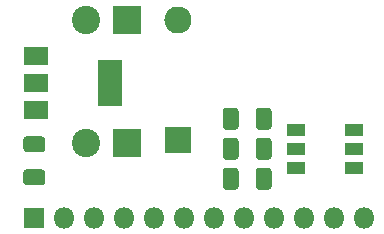
<source format=gbr>
%TF.GenerationSoftware,KiCad,Pcbnew,5.1.6+dfsg1-1*%
%TF.CreationDate,2020-12-14T15:48:38-08:00*%
%TF.ProjectId,High_Current_Analog,48696768-5f43-4757-9272-656e745f416e,rev?*%
%TF.SameCoordinates,Original*%
%TF.FileFunction,Soldermask,Top*%
%TF.FilePolarity,Negative*%
%FSLAX46Y46*%
G04 Gerber Fmt 4.6, Leading zero omitted, Abs format (unit mm)*
G04 Created by KiCad (PCBNEW 5.1.6+dfsg1-1) date 2020-12-14 15:48:38*
%MOMM*%
%LPD*%
G01*
G04 APERTURE LIST*
%ADD10C,2.400000*%
%ADD11R,2.400000X2.400000*%
%ADD12R,2.100000X1.600000*%
%ADD13R,2.100000X3.900000*%
%ADD14O,1.800000X1.800000*%
%ADD15R,1.800000X1.800000*%
%ADD16O,2.300000X2.300000*%
%ADD17R,2.300000X2.300000*%
%ADD18R,1.600000X1.100000*%
G04 APERTURE END LIST*
D10*
%TO.C,J3*%
X125278000Y-64770000D03*
D11*
X128778000Y-64770000D03*
%TD*%
D10*
%TO.C,J2*%
X125278000Y-54356000D03*
D11*
X128778000Y-54356000D03*
%TD*%
%TO.C,R4*%
G36*
G01*
X120249000Y-67019000D02*
X121559000Y-67019000D01*
G75*
G02*
X121829000Y-67289000I0J-270000D01*
G01*
X121829000Y-68099000D01*
G75*
G02*
X121559000Y-68369000I-270000J0D01*
G01*
X120249000Y-68369000D01*
G75*
G02*
X119979000Y-68099000I0J270000D01*
G01*
X119979000Y-67289000D01*
G75*
G02*
X120249000Y-67019000I270000J0D01*
G01*
G37*
G36*
G01*
X120249000Y-64219000D02*
X121559000Y-64219000D01*
G75*
G02*
X121829000Y-64489000I0J-270000D01*
G01*
X121829000Y-65299000D01*
G75*
G02*
X121559000Y-65569000I-270000J0D01*
G01*
X120249000Y-65569000D01*
G75*
G02*
X119979000Y-65299000I0J270000D01*
G01*
X119979000Y-64489000D01*
G75*
G02*
X120249000Y-64219000I270000J0D01*
G01*
G37*
%TD*%
%TO.C,R3*%
G36*
G01*
X139660000Y-63393000D02*
X139660000Y-62083000D01*
G75*
G02*
X139930000Y-61813000I270000J0D01*
G01*
X140740000Y-61813000D01*
G75*
G02*
X141010000Y-62083000I0J-270000D01*
G01*
X141010000Y-63393000D01*
G75*
G02*
X140740000Y-63663000I-270000J0D01*
G01*
X139930000Y-63663000D01*
G75*
G02*
X139660000Y-63393000I0J270000D01*
G01*
G37*
G36*
G01*
X136860000Y-63393000D02*
X136860000Y-62083000D01*
G75*
G02*
X137130000Y-61813000I270000J0D01*
G01*
X137940000Y-61813000D01*
G75*
G02*
X138210000Y-62083000I0J-270000D01*
G01*
X138210000Y-63393000D01*
G75*
G02*
X137940000Y-63663000I-270000J0D01*
G01*
X137130000Y-63663000D01*
G75*
G02*
X136860000Y-63393000I0J270000D01*
G01*
G37*
%TD*%
%TO.C,R2*%
G36*
G01*
X139660000Y-65933000D02*
X139660000Y-64623000D01*
G75*
G02*
X139930000Y-64353000I270000J0D01*
G01*
X140740000Y-64353000D01*
G75*
G02*
X141010000Y-64623000I0J-270000D01*
G01*
X141010000Y-65933000D01*
G75*
G02*
X140740000Y-66203000I-270000J0D01*
G01*
X139930000Y-66203000D01*
G75*
G02*
X139660000Y-65933000I0J270000D01*
G01*
G37*
G36*
G01*
X136860000Y-65933000D02*
X136860000Y-64623000D01*
G75*
G02*
X137130000Y-64353000I270000J0D01*
G01*
X137940000Y-64353000D01*
G75*
G02*
X138210000Y-64623000I0J-270000D01*
G01*
X138210000Y-65933000D01*
G75*
G02*
X137940000Y-66203000I-270000J0D01*
G01*
X137130000Y-66203000D01*
G75*
G02*
X136860000Y-65933000I0J270000D01*
G01*
G37*
%TD*%
%TO.C,R1*%
G36*
G01*
X139660000Y-68473000D02*
X139660000Y-67163000D01*
G75*
G02*
X139930000Y-66893000I270000J0D01*
G01*
X140740000Y-66893000D01*
G75*
G02*
X141010000Y-67163000I0J-270000D01*
G01*
X141010000Y-68473000D01*
G75*
G02*
X140740000Y-68743000I-270000J0D01*
G01*
X139930000Y-68743000D01*
G75*
G02*
X139660000Y-68473000I0J270000D01*
G01*
G37*
G36*
G01*
X136860000Y-68473000D02*
X136860000Y-67163000D01*
G75*
G02*
X137130000Y-66893000I270000J0D01*
G01*
X137940000Y-66893000D01*
G75*
G02*
X138210000Y-67163000I0J-270000D01*
G01*
X138210000Y-68473000D01*
G75*
G02*
X137940000Y-68743000I-270000J0D01*
G01*
X137130000Y-68743000D01*
G75*
G02*
X136860000Y-68473000I0J270000D01*
G01*
G37*
%TD*%
D12*
%TO.C,Q1*%
X121031000Y-57404000D03*
X121031000Y-62004000D03*
X121031000Y-59704000D03*
D13*
X127331000Y-59704000D03*
%TD*%
D14*
%TO.C,J1*%
X148844000Y-71120000D03*
X146304000Y-71120000D03*
X143764000Y-71120000D03*
X141224000Y-71120000D03*
X138684000Y-71120000D03*
X136144000Y-71120000D03*
X133604000Y-71120000D03*
X131064000Y-71120000D03*
X128524000Y-71120000D03*
X125984000Y-71120000D03*
X123444000Y-71120000D03*
D15*
X120904000Y-71120000D03*
%TD*%
D16*
%TO.C,D2*%
X133096000Y-54356000D03*
D17*
X133096000Y-64516000D03*
%TD*%
D18*
%TO.C,D1*%
X147955000Y-66878000D03*
X147955000Y-65278000D03*
X147955000Y-63678000D03*
X143055000Y-66878000D03*
X143055000Y-65278000D03*
X143055000Y-63678000D03*
%TD*%
M02*

</source>
